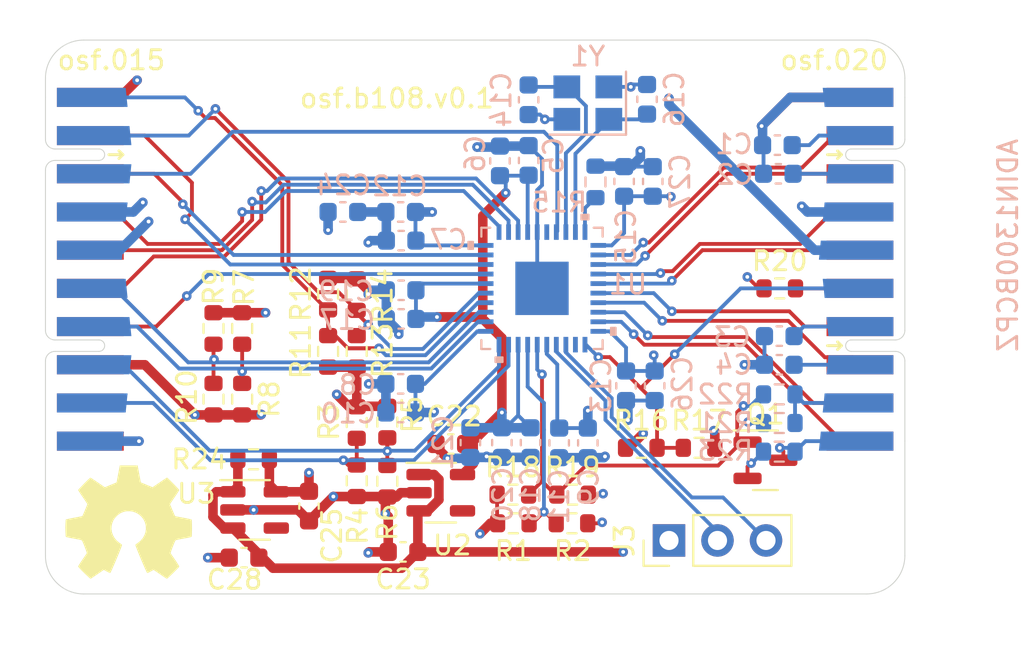
<source format=kicad_pcb>
(kicad_pcb (version 20211014) (generator pcbnew)
  (layers (0 "F.Cu" signal) (1 "In1.Cu" signal) (2 "In2.Cu" signal) (31 "B.Cu" signal) (34 "B.Paste" user) (35 "F.Paste" user) (36 "B.SilkS" user "B.Silkscreen") (37 "F.SilkS" user "F.Silkscreen") (38 "B.Mask" user) (39 "F.Mask" user) (44 "Edge.Cuts" user))
  (net 0 "")
  (net 1 "Net-(C1-Pad1)")
  (net 2 "GND")
  (net 3 "Net-(C2-Pad1)")
  (net 4 "Net-(C3-Pad1)")
  (net 5 "Net-(C4-Pad1)")
  (net 6 "/ADIN1300/TXC")
  (net 7 "/ADIN1300/TXD_0")
  (net 8 "/ADIN1300/TXD_1")
  (net 9 "/ADIN1300/TXD_2")
  (net 10 "/ADIN1300/TXD_3")
  (net 11 "/ADIN1300/TX_CTL")
  (net 14 "/ADIN1300/RXC")
  (net 15 "/ADIN1300/RX_CTL")
  (net 16 "/\\reset")
  (net 17 "+3.3V")
  (net 18 "+5V")
  (net 19 "/ADIN1300/RXD_0")
  (net 20 "/ADIN1300/RXD_1")
  (net 21 "/ADIN1300/RXD_2")
  (net 22 "/ADIN1300/RXD_3")
  (net 23 "/ADIN1300/MDI_A+")
  (net 24 "/ADIN1300/MDI_A-")
  (net 25 "/ADIN1300/MDI_B+")
  (net 26 "/ADIN1300/MDI_B-")
  (net 27 "/LED1_A")
  (net 28 "/ADIN1300/MDI_C+")
  (net 29 "/ADIN1300/MDI_C-")
  (net 30 "/ADIN1300/MDI_D+")
  (net 31 "/ADIN1300/MDI_D-")
  (net 32 "/LED1_C")
  (net 33 "/LED2_A")
  (net 34 "/LED2_C")
  (net 37 "/ADIN1300/MDC")
  (net 38 "/ADIN1300/MDIO")
  (net 39 "/ADIN1300/DVDD")
  (net 41 "Net-(C14-Pad1)")
  (net 42 "Net-(C16-Pad1)")
  (net 43 "/ADIN1300/MDIX_MODE")
  (net 44 "Net-(R15-Pad1)")
  (net 45 "/ADIN1300/ETH1_LED_LINK")
  (net 46 "/ADIN1300/VDDIO")
  (footprint "Capacitor_SMD:C_0603_1608Metric" (layer "F.Cu") (at 158.725 116.8 180)
    (fp_text reference "C23")
    (fp_text value "4.7uF")
  )
  (footprint "Resistor_SMD:R_0603_1608Metric" (layer "F.Cu") (at 156.3 106.3 90)
    (fp_text reference "R13")
    (fp_text value "10k")
  )
  (footprint "Resistor_SMD:R_0603_1608Metric" (layer "F.Cu") (at 171.2 111.35)
    (fp_text reference "R16")
    (fp_text value "10k")
  )
  (footprint "on_edge:on_edge_2x10_host" (layer "F.Cu") (at 185 97 -90)
    (fp_text reference "J2")
    (fp_text value "020_1000BASE-T_with_CT")
    (fp_line (start -0.2 0) (end 8.2 0) (layer "Edge.Cuts") (width 0.05))
    (fp_line (start -0.7 0.5) (end -0.7 2.8) (layer "Edge.Cuts") (width 0.05))
    (fp_line (start 8.7 2.8) (end 8.7 0.5) (layer "Edge.Cuts") (width 0.05))
    (fp_line (start -4 0) (end -1.8 0) (layer "Edge.Cuts") (width 0.05))
    (fp_line (start 9.3 0.5) (end 9.3 2.8) (layer "Edge.Cuts") (width 0.05))
    (fp_line (start -1.3 2.8) (end -1.3 0.5) (layer "Edge.Cuts") (width 0.05))
    (fp_line (start 9.8 0) (end 14 0) (layer "Edge.Cuts") (width 0.05))
    (fp_arc (start 9.3 2.8) (mid 9 3.1) (end 8.7 2.8) (layer "Edge.Cuts") (width 0.05))
    (fp_arc (start 9.3 0.5) (mid 9.446447 0.146447) (end 9.8 0) (layer "Edge.Cuts") (width 0.05))
    (fp_arc (start -1.8 0) (mid -1.446447 0.146447) (end -1.3 0.5) (layer "Edge.Cuts") (width 0.05))
    (fp_arc (start 8.2 0) (mid 8.553553 0.146447) (end 8.7 0.5) (layer "Edge.Cuts") (width 0.05))
    (fp_arc (start -0.7 0.5) (mid -0.553553 0.146447) (end -0.2 0) (layer "Edge.Cuts") (width 0.05))
    (fp_arc (start -0.7 2.8) (mid -1 3.1) (end -1.3 2.8) (layer "Edge.Cuts") (width 0.05))
  )
  (footprint "Resistor_SMD:R_0603_1608Metric" (layer "F.Cu") (at 156.3 103.325 90)
    (fp_text reference "R14")
    (fp_text value "d.n.p")
  )
  (footprint "Symbol:OSHW-Symbol_6.7x6mm_SilkScreen" (layer "F.Cu") (at 144.35 115.25)
    (fp_text reference "LOGO1" hide)
    (fp_text value "Logo_Open_Hardware_Small" hide)
  )
  (footprint "Resistor_SMD:R_0603_1608Metric" (layer "F.Cu") (at 178.45 103)
    (fp_text reference "R20")
    (fp_text value "49.9R")
  )
  (footprint "Resistor_SMD:R_0603_1608Metric" (layer "F.Cu") (at 157.9 110 -90)
    (fp_text reference "R5")
    (fp_text value "10k")
  )
  (footprint "Resistor_SMD:R_0603_1608Metric" (layer "F.Cu") (at 157.9 113.1 -90)
    (fp_text reference "R6")
    (fp_text value "d.n.p")
  )
  (footprint "Capacitor_SMD:C_0603_1608Metric" (layer "F.Cu") (at 161.225 111.15 180)
    (fp_text reference "C22")
    (fp_text value "4.7uF")
  )
  (footprint "Package_TO_SOT_SMD:SOT-23-5" (layer "F.Cu") (at 160.7 113.7)
    (fp_text reference "U2")
    (fp_text value "TLV71209_SOT23-5")
  )
  (footprint "Resistor_SMD:R_0603_1608Metric" (layer "F.Cu") (at 150.9 111.95)
    (fp_text reference "R24")
    (fp_text value "d.n.p")
  )
  (footprint "Resistor_SMD:R_0603_1608Metric" (layer "F.Cu") (at 167.57 115.3)
    (fp_text reference "R2")
    (fp_text value "d.n.p")
  )
  (footprint "Resistor_SMD:R_0603_1608Metric" (layer "F.Cu") (at 148.8 108.8 -90)
    (fp_text reference "R10")
    (fp_text value "d.n.p")
  )
  (footprint "Package_TO_SOT_SMD:SOT-23" (layer "F.Cu") (at 177.7 112)
    (fp_text reference "Q1")
    (fp_text value "FDV301N")
  )
  (footprint "on_edge:on_edge_2x10_device" (layer "F.Cu") (at 140 97 -90)
    (fp_text reference "J1")
    (fp_text value "015_RGMII")
    (fp_line (start 8.7 -2.8) (end 8.7 -0.5) (layer "Edge.Cuts") (width 0.05))
    (fp_line (start 9.3 -0.5) (end 9.3 -2.8) (layer "Edge.Cuts") (width 0.05))
    (fp_line (start -0.7 -0.5) (end -0.7 -2.8) (layer "Edge.Cuts") (width 0.05))
    (fp_line (start 9.8 0) (end 14 0) (layer "Edge.Cuts") (width 0.05))
    (fp_line (start -1.3 -2.8) (end -1.3 -0.5) (layer "Edge.Cuts") (width 0.05))
    (fp_line (start 7 0) (end 8.2 0) (layer "Edge.Cuts") (width 0.05))
    (fp_line (start -0.2 0) (end 7 0) (layer "Edge.Cuts") (width 0.05))
    (fp_line (start -4 0) (end -1.8 0) (layer "Edge.Cuts") (width 0.05))
    (fp_arc (start 8.7 -0.5) (mid 8.553553 -0.146447) (end 8.2 0) (layer "Edge.Cuts") (width 0.05))
    (fp_arc (start 8.7 -2.8) (mid 9 -3.1) (end 9.3 -2.8) (layer "Edge.Cuts") (width 0.05))
    (fp_arc (start -0.2 0) (mid -0.553553 -0.146447) (end -0.7 -0.5) (layer "Edge.Cuts") (width 0.05))
    (fp_arc (start -1.3 -2.8) (mid -1 -3.1) (end -0.7 -2.8) (layer "Edge.Cuts") (width 0.05))
    (fp_arc (start 9.8 0) (mid 9.446447 -0.146447) (end 9.3 -0.5) (layer "Edge.Cuts") (width 0.05))
    (fp_arc (start -1.3 -0.5) (mid -1.446447 -0.146447) (end -1.8 0) (layer "Edge.Cuts") (width 0.05))
  )
  (footprint "Resistor_SMD:R_0603_1608Metric" (layer "F.Cu") (at 150.3 108.8 -90)
    (fp_text reference "R8")
    (fp_text value "d.n.p")
  )
  (footprint "Resistor_SMD:R_0603_1608Metric" (layer "F.Cu") (at 174.225 111.35)
    (fp_text reference "R17")
    (fp_text value "d.n.p")
  )
  (footprint "Resistor_SMD:R_0603_1608Metric" (layer "F.Cu") (at 154.8 106.3 90)
    (fp_text reference "R11")
    (fp_text value "d.n.p")
  )
  (footprint "Resistor_SMD:R_0603_1608Metric" (layer "F.Cu") (at 154.8 103.3 90)
    (fp_text reference "R12")
    (fp_text value "10k")
  )
  (footprint "Capacitor_SMD:C_0603_1608Metric" (layer "F.Cu") (at 150.4 117.1 180)
    (fp_text reference "C28")
    (fp_text value "4.7uF")
  )
  (footprint "Resistor_SMD:R_0603_1608Metric" (layer "F.Cu") (at 164.5 115.3)
    (fp_text reference "R1")
    (fp_text value "10k")
  )
  (footprint "Resistor_SMD:R_0603_1608Metric" (layer "F.Cu") (at 167.6 113.8)
    (fp_text reference "R19")
    (fp_text value "10k")
  )
  (footprint "Resistor_SMD:R_0603_1608Metric" (layer "F.Cu") (at 156.3 113.075 -90)
    (fp_text reference "R4")
    (fp_text value "d.n.p")
  )
  (footprint "Package_TO_SOT_SMD:SOT-23-5" (layer "F.Cu") (at 150.95 114.6)
    (fp_text reference "U3")
    (fp_text value "TLV71318PQDBVRQ1")
  )
  (footprint "Resistor_SMD:R_0603_1608Metric" (layer "F.Cu") (at 148.8 105.1 -90)
    (fp_text reference "R9")
    (fp_text value "10k")
  )
  (footprint "Connector_PinHeader_2.54mm:PinHeader_1x03_P2.54mm_Vertical" (layer "F.Cu") (at 172.65 116.2 90)
    (fp_text reference "J3")
    (fp_text value "Conn_01x03_Male")
  )
  (footprint "Resistor_SMD:R_0603_1608Metric" (layer "F.Cu") (at 156.3 110.025 -90)
    (fp_text reference "R3")
    (fp_text value "10k")
  )
  (footprint "Capacitor_SMD:C_0603_1608Metric" (layer "F.Cu") (at 153.8 114.4 -90)
    (fp_text reference "C25")
    (fp_text value "4.7uF")
  )
  (footprint "Resistor_SMD:R_0603_1608Metric" (layer "F.Cu") (at 164.475 113.8)
    (fp_text reference "R18")
    (fp_text value "d.n.p")
  )
  (footprint "Resistor_SMD:R_0603_1608Metric" (layer "F.Cu") (at 150.3 105.1 -90)
    (fp_text reference "R7")
    (fp_text value "10k")
  )
  (footprint "Capacitor_SMD:C_0603_1608Metric" (layer "B.Cu") (at 171.8 97.4 90)
    (fp_text reference "C27")
    (fp_text value "10nF")
  )
  (footprint "Capacitor_SMD:C_0603_1608Metric" (layer "B.Cu") (at 178.425 107 180)
    (fp_text reference "C4")
    (fp_text value "100nF")
  )
  (footprint "Capacitor_SMD:C_0603_1608Metric" (layer "B.Cu") (at 165.3 96.3 90)
    (fp_text reference "C5")
    (fp_text value "100nF")
  )
  (footprint "Capacitor_SMD:C_0603_1608Metric" (layer "B.Cu") (at 158.6 108 180)
    (fp_text reference "C8")
    (fp_text value "100nF")
  )
  (footprint "Capacitor_SMD:C_0603_1608Metric" (layer "B.Cu") (at 178.375 97 180)
    (fp_text reference "C2")
    (fp_text value "100nF")
  )
  (footprint "Capacitor_SMD:C_0603_1608Metric" (layer "B.Cu") (at 158.6 99 180)
    (fp_text reference "C12")
    (fp_text value "10nF")
  )
  (footprint "Capacitor_SMD:C_0603_1608Metric" (layer "B.Cu") (at 158.625 103.1 180)
    (fp_text reference "C19")
    (fp_text value "10nF")
  )
  (footprint "Capacitor_SMD:C_0603_1608Metric" (layer "B.Cu") (at 178.325 95.5 180)
    (fp_text reference "C1")
    (fp_text value "100nF")
  )
  (footprint "Resistor_SMD:R_0603_1608Metric" (layer "B.Cu") (at 178.425 108.55 180)
    (fp_text reference "R22")
    (fp_text value "d.n.p")
  )
  (footprint "Capacitor_SMD:C_0603_1608Metric" (layer "B.Cu") (at 158.625 100.5 180)
    (fp_text reference "C7")
    (fp_text value "100nF")
  )
  (footprint "Capacitor_SMD:C_0603_1608Metric" (layer "B.Cu") (at 171.5 93.1 90)
    (fp_text reference "C16")
    (fp_text value "33pF")
  )
  (footprint "Capacitor_SMD:C_0603_1608Metric" (layer "B.Cu") (at 178.425 105.5 180)
    (fp_text reference "C3")
    (fp_text value "100nF")
  )
  (footprint "Capacitor_SMD:C_0603_1608Metric" (layer "B.Cu") (at 165.3 93.125 -90)
    (fp_text reference "C14")
    (fp_text value "33pF")
  )
  (footprint "Resistor_SMD:R_0603_1608Metric" (layer "B.Cu") (at 178.425 110.05)
    (fp_text reference "R21")
    (fp_text value "49.9R")
  )
  (footprint "Capacitor_SMD:C_0603_1608Metric" (layer "B.Cu") (at 166.9 111.09 -90)
    (fp_text reference "C11")
    (fp_text value "10nF")
  )
  (footprint "b108:ADIN1300BCPZ" (layer "B.Cu") (at 166 103 -90)
    (fp_text reference "U1")
    (fp_text value "ADIN1300BCPZ")
  )
  (footprint "Capacitor_SMD:C_0603_1608Metric" (layer "B.Cu") (at 162.25 111.075 -90)
    (fp_text reference "C21")
    (fp_text value "4.7uF")
  )
  (footprint "Capacitor_SMD:C_0603_1608Metric" (layer "B.Cu") (at 163.8 96.325 90)
    (fp_text reference "C6")
    (fp_text value "100nF")
  )
  (footprint "Capacitor_SMD:C_0603_1608Metric" (layer "B.Cu") (at 171.9 108.1 -90)
    (fp_text reference "C26")
    (fp_text value "10nF")
  )
  (footprint "Resistor_SMD:R_0603_1608Metric" (layer "B.Cu") (at 178.425 111.55)
    (fp_text reference "R23")
    (fp_text value "d.n.p")
  )
  (footprint "Capacitor_SMD:C_0603_1608Metric" (layer "B.Cu") (at 158.625 104.6 180)
    (fp_text reference "C17")
    (fp_text value "10nF")
  )
  (footprint "Capacitor_SMD:C_0603_1608Metric" (layer "B.Cu") (at 168.4 111.09 -90)
    (fp_text reference "C9")
    (fp_text value "100nF")
  )
  (footprint "Capacitor_SMD:C_0603_1608Metric" (layer "B.Cu") (at 163.9 111.075 -90)
    (fp_text reference "C20")
    (fp_text value "100nF")
  )
  (footprint "Capacitor_SMD:C_0603_1608Metric" (layer "B.Cu") (at 155.575 99)
    (fp_text reference "C24")
    (fp_text value "4.7uF")
  )
  (footprint "Capacitor_SMD:C_0603_1608Metric" (layer "B.Cu") (at 170.4 108.1 -90)
    (fp_text reference "C13")
    (fp_text value "100nF")
  )
  (footprint "Capacitor_SMD:C_0603_1608Metric" (layer "B.Cu") (at 165.4 111.075 -90)
    (fp_text reference "C18")
    (fp_text value "10nF")
  )
  (footprint "Capacitor_SMD:C_0603_1608Metric" (layer "B.Cu") (at 170.3 97.4 90)
    (fp_text reference "C15")
    (fp_text value "100nF")
  )
  (footprint "Resistor_SMD:R_0603_1608Metric" (layer "B.Cu") (at 168.8 97.425 90)
    (fp_text reference "R15")
    (fp_text value "3.01k")
  )
  (footprint "Capacitor_SMD:C_0603_1608Metric" (layer "B.Cu") (at 158.6 109.5 180)
    (fp_text reference "C10")
    (fp_text value "10nF")
  )
  (footprint "Crystal:Crystal_SMD_Abracon_ABM8G-4Pin_3.2x2.5mm" (layer "B.Cu") (at 168.4 93.3 180)
    (fp_text reference "Y1")
    (fp_text value "Crystal_GND24_Small")
  )
  (gr_line (start 140 92) (end 140 93) (layer "Edge.Cuts") (width 0.05))
  (gr_line (start 142 90) (end 183 90) (layer "Edge.Cuts") (width 0.05))
  (gr_arc (start 185 117) (mid 184.414214 118.414214) (end 183 119) (layer "Edge.Cuts") (width 0.05))
  (gr_line (start 185 117) (end 185 111) (layer "Edge.Cuts") (width 0.05))
  (gr_line (start 183 119) (end 142 119) (layer "Edge.Cuts") (width 0.05))
  (gr_arc (start 183 90) (mid 184.414214 90.585786) (end 185 92) (layer "Edge.Cuts") (width 0.05))
  (gr_line (start 185 93) (end 185 92) (layer "Edge.Cuts") (width 0.05))
  (gr_arc (start 142 119) (mid 140.585786 118.414214) (end 140 117) (layer "Edge.Cuts") (width 0.05))
  (gr_line (start 140 111) (end 140 117) (layer "Edge.Cuts") (width 0.05))
  (gr_arc (start 140 92) (mid 140.585786 90.585786) (end 142 90) (layer "Edge.Cuts") (width 0.05))
  (gr_text "osf.015" (at 143.45 91.05) (layer "F.SilkS") (effects (font (size 1 1))))
  (gr_text "osf.020" (at 181.3 91.05) (layer "F.SilkS") (effects (font (size 1 1))))
  (gr_text "osf.b108.v0.1" (at 158.4 93.05) (layer "F.SilkS") (effects (font (size 1 1))))
  (segment (start 179.1 95.5) (end 180 95.5) (width 0.2) (layer "B.Cu") (net 1))
  (segment (start 180 95.5) (end 180.5 95) (width 0.2) (layer "B.Cu") (net 1))
  (segment (start 180.5 95) (end 182.9 95) (width 0.2) (layer "B.Cu") (net 1))
  (segment (start 151.275 109.625) (end 151.3 109.6) (width 0.5) (layer "F.Cu") (net 2))
  (segment (start 147.825 109.625) (end 145.2 107) (width 0.5) (layer "F.Cu") (net 2))
  (segment (start 142.35 93) (end 143.9 93) (width 0.5) (layer "F.Cu") (net 2))
  (segment (start 155.075 113.9) (end 153.8 115.175) (width 0.5) (layer "F.Cu") (net 2))
  (segment (start 153.225 114.6) (end 153.8 115.175) (width 0.5) (layer "F.Cu") (net 2))
  (segment (start 160.45 111.3) (end 161.05 111.9) (width 0.5) (layer "F.Cu") (net 2))
  (segment (start 156.9 103.1) (end 156.3 102.5) (width 0.5) (layer "F.Cu") (net 2))
  (segment (start 149.8125 114.6) (end 150.9 114.6) (width 0.5) (layer "F.Cu") (net 2))
  (segment (start 150.9 114.6) (end 153.225 114.6) (width 0.5) (layer "F.Cu") (net 2))
  (segment (start 182.65 93) (end 179 93) (width 0.5) (layer "F.Cu") (net 2))
  (segment (start 156.3 113.9) (end 157.875 113.9) (width 0.5) (layer "F.Cu") (net 2))
  (segment (start 176.7625 112.95) (end 176.7625 112.3375) (width 0.2) (layer "F.Cu") (net 2))
  (segment (start 145.2 107) (end 142.35 107) (width 0.5) (layer "F.Cu") (net 2))
  (segment (start 179 93) (end 177.5 94.5) (width 0.5) (layer "F.Cu") (net 2))
  (segment (start 157.95 114.95) (end 157.8 114.8) (width 0.5) (layer "F.Cu") (net 2))
  (segment (start 149.625 117.1) (end 148.5 117.1) (width 0.5) (layer "F.Cu") (net 2))
  (segment (start 156.9 103.3) (end 156.9 103.1) (width 0.5) (layer "F.Cu") (net 2))
  (segment (start 157.95 116.8) (end 157.95 114.95) (width 0.5) (layer "F.Cu") (net 2))
  (segment (start 154.8 102.475) (end 156.275 102.475) (width 0.5) (layer "F.Cu") (net 2))
  (segment (start 160.45 111.15) (end 160.45 111.3) (width 0.5) (layer "F.Cu") (net 2))
  (segment (start 156.3 113.9) (end 155.075 113.9) (width 0.5) (layer "F.Cu") (net 2))
  (segment (start 156.275 102.475) (end 156.3 102.5) (width 0.5) (layer "F.Cu") (net 2))
  (segment (start 157.875 113.9) (end 157.9 113.925) (width 0.5) (layer "F.Cu") (net 2))
  (segment (start 158.375 113.925) (end 158.6 113.7) (width 0.5) (layer "F.Cu") (net 2))
  (segment (start 148.8 109.625) (end 147.825 109.625) (width 0.5) (layer "F.Cu") (net 2))
  (segment (start 175.05 111.35) (end 175.05 110.5) (width 0.5) (layer "F.Cu") (net 2))
  (segment (start 150.3 109.625) (end 151.275 109.625) (width 0.5) (layer "F.Cu") (net 2))
  (segment (start 169.1 115.3) (end 169.15 115.25) (width 0.2) (layer "F.Cu") (net 2))
  (segment (start 168.425 113.8) (end 169.15 113.8) (width 0.2) (layer "F.Cu") (net 2))
  (segment (start 143.9 93) (end 144.8 92.1) (width 0.5) (layer "F.Cu") (net 2))
  (segment (start 157.9 113.925) (end 158.375 113.925) (width 0.5) (layer "F.Cu") (net 2))
  (segment (start 175.05 110.5) (end 175 110.45) (width 0.5) (layer "F.Cu") (net 2))
  (segment (start 158.6 113.7) (end 159.5625 113.7) (width 0.5) (layer "F.Cu") (net 2))
  (segment (start 168.395 115.3) (end 169.1 115.3) (width 0.2) (layer "F.Cu") (net 2))
  (segment (start 176.7625 112.3375) (end 176.95 112.15) (width 0.2) (layer "F.Cu") (net 2))
  (segment (start 157.8 114.025) (end 157.9 113.925) (width 0.5) (layer "F.Cu") (net 2))
  (segment (start 150.3 109.625) (end 148.8 109.625) (width 0.5) (layer "F.Cu") (net 2))
  (segment (start 157.8 114.8) (end 157.8 114.025) (width 0.5) (layer "F.Cu") (net 2))
  (segment (start 157.95 116.8) (end 156.95 116.8) (width 0.5) (layer "F.Cu") (net 2))
  (segment (start 169.15 113.8) (end 169.2 113.75) (width 0.2) (layer "F.Cu") (net 2))
  (segment (start 156.95 116.8) (end 156.9 116.85) (width 0.5) (layer "F.Cu") (net 2))
  (via (at 162.6 95.6) (size 0.5) (drill 0.2) (layers "F.Cu" "B.Cu") (net 2))
  (via (at 156.9 100.6) (size 0.5) (drill 0.2) (layers "F.Cu" "B.Cu") (net 2))
  (via (at 176.95 112.15) (size 0.5) (drill 0.2) (layers "F.Cu" "B.Cu") (net 2))
  (via (at 166.15 94.15) (size 0.5) (drill 0.2) (layers "F.Cu" "B.Cu") (net 2))
  (via (at 161.05 111.9) (size 0.5) (drill 0.2) (layers "F.Cu" "B.Cu") (net 2))
  (via (at 144.8 92.1) (size 0.5) (drill 0.2) (layers "F.Cu" "B.Cu") (net 2))
  (via (at 148.5 117.1) (size 0.5) (drill 0.2) (layers "F.Cu" "B.Cu") (net 2))
  (via (at 163.1 111.8) (size 0.5) (drill 0.2) (layers "F.Cu" "B.Cu") (net 2))
  (via (at 175 110.45) (size 0.5) (drill 0.2) (layers "F.Cu" "B.Cu") (net 2))
  (via (at 171.15 95.8) (size 0.5) (drill 0.2) (layers "F.Cu" "B.Cu") (net 2))
  (via (at 150.9 114.6) (size 0.5) (drill 0.2) (layers "F.Cu" "B.Cu") (net 2))
  (via (at 169.15 115.25) (size 0.5) (drill 0.2) (layers "F.Cu" "B.Cu") (net 2))
  (via (at 155.075 113.9) (size 0.5) (drill 0.2) (layers "F.Cu" "B.Cu") (net 2))
  (via (at 147.825 109.625) (size 0.5) (drill 0.2) (layers "F.Cu" "B.Cu") (net 2))
  (via (at 156.9 103.3) (size 0.5) (drill 0.2) (layers "F.Cu" "B.Cu") (net 2))
  (via (at 156.9265 108) (size 0.5) (drill 0.2) (layers "F.Cu" "B.Cu") (net 2))
  (via (at 170.65 92.45) (size 0.5) (drill 0.2) (layers "F.Cu" "B.Cu") (net 2))
  (via (at 158.5 105.4) (size 0.5) (drill 0.2) (layers "F.Cu" "B.Cu") (net 2))
  (via (at 169.2 113.75) (size 0.5) (drill 0.2) (layers "F.Cu" "B.Cu") (net 2))
  (via (at 157.8 114.8) (size 0.5) (drill 0.2) (layers "F.Cu" "B.Cu") (net 2))
  (via (at 177.5 94.5) (size 0.5) (drill 0.2) (layers "F.Cu" "B.Cu") (net 2))
  (via (at 151.3 109.6) (size 0.5) (drill 0.2) (layers "F.Cu" "B.Cu") (net 2))
  (via (at 170.5 109.9) (size 0.5) (drill 0.2) (layers "F.Cu" "B.Cu") (net 2))
  (via (at 169.3 111.8) (size 0.5) (drill 0.2) (layers "F.Cu" "B.Cu") (net 2))
  (via (at 144.9 111) (size 0.5) (drill 0.2) (layers "F.Cu" "B.Cu") (net 2))
  (via (at 156.9 116.85) (size 0.5) (drill 0.2) (layers "F.Cu" "B.Cu") (net 2))
  (via (at 176.6 107) (size 0.5) (drill 0.2) (layers "F.Cu" "B.Cu") (net 2))
  (segment (start 177.65 107) (end 176.6 107) (width 0.5) (layer "B.Cu") (net 2))
  (segment (start 165.75 100.0536) (end 165.75 102.75) (width 0.2) (layer "B.Cu") (net 2))
  (segment (start 157 100.5) (end 156.9 100.6) (width 0.5) (layer "B.Cu") (net 2))
  (segment (start 170.8 96.5) (end 170.425 96.5) (width 0.5) (layer "B.Cu") (net 2))
  (segment (start 163.8 95.55) (end 165.275 95.55) (width 0.5) (layer "B.Cu") (net 2))
  (segment (start 165.75 102.75) (end 166 103) (width 0.2) (layer "B.Cu") (net 2))
  (segment (start 170.775 92.325) (end 170.65 92.45) (width 0.2) (layer "B.Cu") (net 2))
  (segment (start 166.9 111.865) (end 168.4 111.865) (width 0.5) (layer "B.Cu") (net 2))
  (segment (start 162.2 111.9) (end 162.25 111.85) (width 0.5) (layer "B.Cu") (net 2))
  (segment (start 179 93) (end 177.5 94.5) (width 0.5) (layer "B.Cu") (net 2))
  (segment (start 168.8 96.6) (end 170.7 96.6) (width 0.5) (layer "B.Cu") (net 2))
  (segment (start 171.8 96.625) (end 170.3 96.625) (width 0.2) (layer "B.Cu") (net 2))
  (segment (start 165.9 93.9) (end 166.15 94.15) (width 0.2) (layer "B.Cu") (net 2))
  (segment (start 166.002 97.598) (end 166.002 96.227) (width 0.2) (layer "B.Cu") (net 2))
  (segment (start 158.5 105.4) (end 158.5 105.25) (width 0.5) (layer "B.Cu") (net 2))
  (segment (start 177.55 94.55) (end 177.5 94.5) (width 0.5) (layer "B.Cu") (net 2))
  (segment (start 158.5 105.25) (end 157.85 104.6) (width 0.5) (layer "B.Cu") (net 2))
  (segment (start 165.4 111.85) (end 163.9 111.85) (width 0.5) (layer "B.Cu") (net 2))
  (segment (start 170.5 109.9) (end 170.5 108.975) (width 0.5) (layer "B.Cu") (net 2))
  (segment (start 177.6 97) (end 177.6 95.55) (width 0.2) (layer "B.Cu") (net 2))
  (segment (start 177.65 107) (end 177.65 105.5) (width 0.2) (layer "B.Cu") (net 2))
  (segment (start 169.235 111.865) (end 169.3 111.8) (width 0.5) (layer "B.Cu") (net 2))
  (segment (start 170.5 108.975) (end 170.4 108.875) (width 0.5) (layer "B.Cu") (net 2))
  (segment (start 165.75 100.0536) (end 165.75 97.85) (width 0.2) (layer "B.Cu") (net 2))
  (segment (start 176.95 112.15) (end 177 112.15) (width 0.2) (layer "B.Cu") (net 2))
  (segment (start 157.85 100.5) (end 157 100.5) (width 0.5) (layer "B.Cu") (net 2))
  (segment (start 157.85 103.1) (end 157.1 103.1) (width 0.5) (layer "B.Cu") (net 2))
  (segment (start 177.55 95.5) (end 177.55 94.55) (width 0.5) (layer "B.Cu") (net 2))
  (segment (start 171.5 92.325) (end 170.775 92.325) (width 0.2) (layer "B.Cu") (net 2))
  (segment (start 177 112.15) (end 177.6 111.55) (width 0.2) (layer "B.Cu") (net 2))
  (segment (start 163.1 111.8) (end 163.15 111.85) (width 0.5) (layer "B.Cu") (net 2))
  (segment (start 170.425 96.5) (end 170.3 96.625) (width 0.5) (layer "B.Cu") (net 2))
  (segment (start 157.825 108) (end 157.825 109.5) (width 0.5) (layer "B.Cu") (net 2))
  (segment (start 163.15 111.85) (end 163.9 111.85) (width 0.5) (layer "B.Cu") (net 2))
  (segment (start 182.6 93) (end 179 93) (width 0.5) (layer "B.Cu") (net 2))
  (segment (start 157.1 103.1) (end 156.9 103.3) (width 0.5) (layer "B.Cu") (net 2))
  (segment (start 166.002 96.227) (end 165.3 95.525) (width 0.2) (layer "B.Cu") (net 2))
  (segment (start 165.3 93.9) (end 165.9 93.9) (width 0.2) (layer "B.Cu") (net 2))
  (segment (start 163.75 95.6) (end 163.8 95.55) (width 0.5) (layer "B.Cu") (net 2))
  (segment (start 170.7 96.6) (end 170.8 96.5) (width 0.5) (layer "B.Cu") (net 2))
  (segment (start 142.3 111) (end 144.9 111) (width 0.5) (layer "B.Cu") (net 2))
  (segment (start 157.85 99.025) (end 157.825 99) (width 0.5) (layer "B.Cu") (net 2))
  (segment (start 171.15 95.8) (end 171.15 96.15) (width 0.5) (layer "B.Cu") (net 2))
  (segment (start 165.275 95.55) (end 165.3 95.525) (width 0.5) (layer "B.Cu") (net 2))
  (segment (start 167.3 94.15) (end 166.15 94.15) (width 0.2) (layer "B.Cu") (net 2))
  (segment (start 157.85 100.5) (end 157.85 99.025) (width 0.5) (layer "B.Cu") (net 2))
  (segment (start 161.05 111.9) (end 162.2 111.9) (width 0.5) (layer "B.Cu") (net 2))
  (segment (start 162.25 111.85) (end 163.05 111.85) (width 0.5) (layer "B.Cu") (net 2))
  (segment (start 163.05 111.85) (end 163.1 111.8) (width 0.5) (layer "B.Cu") (net 2))
  (segment (start 157.825 108) (end 156.9265 108) (width 0.5) (layer "B.Cu") (net 2))
  (segment (start 162.6 95.6) (end 163.75 95.6) (width 0.5) (layer "B.Cu") (net 2))
  (segment (start 157.85 104.6) (end 157.85 103.1) (width 0.5) (layer "B.Cu") (net 2))
  (segment (start 169.5 92.45) (end 170.65 92.45) (width 0.2) (layer "B.Cu") (net 2))
  (segment (start 171.15 96.15) (end 170.8 96.5) (width 0.5) (layer "B.Cu") (net 2))
  (segment (start 165.75 97.85) (end 166.002 97.598) (width 0.2) (layer "B.Cu") (net 2))
  (segment (start 156.35 99) (end 157.825 99) (width 0.5) (layer "B.Cu") (net 2))
  (segment (start 177.6 95.55) (end 177.55 95.5) (width 0.2) (layer "B.Cu") (net 2))
  (segment (start 171.9 108.875) (end 170.4 108.875) (width 0.2) (layer "B.Cu") (net 2))
  (segment (start 168.4 111.865) (end 169.235 111.865) (width 0.5) (layer "B.Cu") (net 2))
  (segment (start 179.15 97) (end 182.9 97) (width 0.2) (layer "B.Cu") (net 3))
  (segment (start 179.7 105) (end 182.9 105) (width 0.2) (layer "B.Cu") (net 4))
  (segment (start 179.2 105.5) (end 179.7 105) (width 0.2) (layer "B.Cu") (net 4))
  (segment (start 179.2 107) (end 182.9 107) (width 0.2) (layer "B.Cu") (net 5))
  (segment (start 147.313063 99.386937) (end 147.670003 99.029997) (width 0.2) (layer "F.Cu") (net 6))
  (segment (start 147.670003 99.029997) (end 147.670003 97.470003) (width 0.2) (layer "F.Cu") (net 6))
  (segment (start 145.2 95) (end 142.35 95) (width 0.2) (layer "F.Cu") (net 6))
  (segment (start 147.670003 97.470003) (end 145.2 95) (width 0.2) (layer "F.Cu") (net 6))
  (via (at 147.313063 99.386937) (size 0.5) (drill 0.2) (layers "F.Cu" "B.Cu") (net 6))
  (segment (start 149.676126 101.75) (end 163.0536 101.75) (width 0.2) (layer "B.Cu") (net 6))
  (segment (start 147.313063 99.386937) (end 149.676126 101.75) (width 0.2) (layer "B.Cu") (net 6))
  (segment (start 147.193003 98.593003) (end 147.193003 98.493003) (width 0.2) (layer "F.Cu") (net 7))
  (segment (start 145.7 97) (end 142.35 97) (width 0.2) (layer "F.Cu") (net 7))
  (segment (start 147.193003 98.493003) (end 145.7 97) (width 0.2) (layer "F.Cu") (net 7))
  (via (at 147.193003 98.593003) (size 0.5) (drill 0.2) (layers "F.Cu" "B.Cu") (net 7))
  (segment (start 149.850001 101.250001) (end 163.0536 101.250001) (width 0.2) (layer "B.Cu") (net 7))
  (segment (start 147.193003 98.593003) (end 149.850001 101.250001) (width 0.2) (layer "B.Cu") (net 7))
  (segment (start 143.675 99) (end 142.35 99) (width 0.2) (layer "F.Cu") (net 8))
  (segment (start 150.3 99.475104) (end 149.102104 100.673) (width 0.2) (layer "F.Cu") (net 8))
  (segment (start 150.3 99) (end 150.3 99.475104) (width 0.2) (layer "F.Cu") (net 8))
  (segment (start 149.102104 100.673) (end 145.348 100.673) (width 0.2) (layer "F.Cu") (net 8))
  (segment (start 145.348 100.673) (end 143.675 99) (width 0.2) (layer "F.Cu") (net 8))
  (via (at 150.3 99) (size 0.5) (drill 0.2) (layers "F.Cu" "B.Cu") (net 8))
  (segment (start 163.749999 99.749999) (end 163.749999 100.0536) (width 0.2) (layer "B.Cu") (net 8))
  (segment (start 151.5 99) (end 152.6 97.9) (width 0.2) (layer "B.Cu") (net 8))
  (segment (start 152.6 97.9) (end 161.9 97.9) (width 0.2) (layer "B.Cu") (net 8))
  (segment (start 150.3 99) (end 151.5 99) (width 0.2) (layer "B.Cu") (net 8))
  (segment (start 161.9 97.9) (end 163.749999 99.749999) (width 0.2) (layer "B.Cu") (net 8))
  (segment (start 150.8235 99.414052) (end 149.237552 101) (width 0.2) (layer "F.Cu") (net 9))
  (segment (start 150.8235 98.455044) (end 150.8235 99.414052) (width 0.2) (layer "F.Cu") (net 9))
  (segment (start 149.237552 101) (end 142.35 101) (width 0.2) (layer "F.Cu") (net 9))
  (via (at 150.8235 98.455044) (size 0.5) (drill 0.2) (layers "F.Cu" "B.Cu") (net 9))
  (segment (start 150.8235 98.455044) (end 150.868456 98.5) (width 0.2) (layer "B.Cu") (net 9))
  (segment (start 152.464552 97.573) (end 162.375801 97.573) (width 0.2) (layer "B.Cu") (net 9))
  (segment (start 151.537552 98.5) (end 152.464552 97.573) (width 0.2) (layer "B.Cu") (net 9))
  (segment (start 164.250001 99.4472) (end 164.250001 100.0536) (width 0.2) (layer "B.Cu") (net 9))
  (segment (start 162.375801 97.573) (end 164.250001 99.4472) (width 0.2) (layer "B.Cu") (net 9))
  (segment (start 150.868456 98.5) (end 151.537552 98.5) (width 0.2) (layer "B.Cu") (net 9))
  (segment (start 149.373 101.327) (end 145.673 101.327) (width 0.2) (layer "F.Cu") (net 10))
  (segment (start 151.3 97.9) (end 151.3 99.4) (width 0.2) (layer "F.Cu") (net 10))
  (segment (start 145.673 101.327) (end 144 103) (width 0.2) (layer "F.Cu") (net 10))
  (segment (start 151.3 99.4) (end 149.373 101.327) (width 0.2) (layer "F.Cu") (net 10))
  (segment (start 144 103) (end 142.35 103) (width 0.2) (layer "F.Cu") (net 10))
  (via (at 151.3 97.9) (size 0.5) (drill 0.2) (layers "F.Cu" "B.Cu") (net 10))
  (segment (start 152.254 97.246) (end 162.5488 97.246) (width 0.2) (layer "B.Cu") (net 10))
  (segment (start 162.5488 97.246) (end 164.75 99.4472) (width 0.2) (layer "B.Cu") (net 10))
  (segment (start 164.75 99.4472) (end 164.75 100.0536) (width 0.2) (layer "B.Cu") (net 10))
  (segment (start 151.3 97.9) (end 151.6 97.9) (width 0.2) (layer "B.Cu") (net 10))
  (segment (start 151.6 97.9) (end 152.254 97.246) (width 0.2) (layer "B.Cu") (net 10))
  (segment (start 147.4 103.4) (end 145.8 105) (width 0.2) (layer "F.Cu") (net 11))
  (segment (start 145.8 105) (end 142.35 105) (width 0.2) (layer "F.Cu") (net 11))
  (via (at 147.4 103.4) (size 0.5) (drill 0.2) (layers "F.Cu" "B.Cu") (net 11))
  (segment (start 163.0536 102.249999) (end 148.550001 102.249999) (width 0.2) (layer "B.Cu") (net 11))
  (segment (start 148.550001 102.249999) (end 147.4 103.4) (width 0.2) (layer "B.Cu") (net 11))
  (segment (start 148.877 94.077) (end 152.4 97.6) (width 0.2) (layer "F.Cu") (net 14))
  (segment (start 157.463063 106.136937) (end 155.836937 106.136937) (width 0.2) (layer "F.Cu") (net 14))
  (segment (start 148 93.7) (end 148.377 94.077) (width 0.2) (layer "F.Cu") (net 14))
  (segment (start 154.8 105.475) (end 154.8 104.125) (width 0.2) (layer "F.Cu") (net 14))
  (segment (start 155.836937 106.136937) (end 155.175 105.475) (width 0.2) (layer "F.Cu") (net 14))
  (segment (start 152.4 101.762448) (end 154.762552 104.125) (width 0.2) (layer "F.Cu") (net 14))
  (segment (start 148.377 94.077) (end 148.877 94.077) (width 0.2) (layer "F.Cu") (net 14))
  (segment (start 154.762552 104.125) (end 154.8 104.125) (width 0.2) (layer "F.Cu") (net 14))
  (segment (start 152.4 97.6) (end 152.4 101.762448) (width 0.2) (layer "F.Cu") (net 14))
  (segment (start 157.463063 106.136937) (end 155.883068 106.136937) (width 0.2) (layer "F.Cu") (net 14))
  (segment (start 155.175 105.475) (end 154.8 105.475) (width 0.2) (layer "F.Cu") (net 14))
  (via (at 157.463063 106.136937) (size 0.5) (drill 0.2) (layers "F.Cu" "B.Cu") (net 14))
  (via (at 148 93.7) (size 0.5) (drill 0.2) (layers "F.Cu" "B.Cu") (net 14))
  (segment (start 147.3 93) (end 142.4 93) (width 0.2) (layer "B.Cu") (net 14))
  (segment (start 148 93.7) (end 147.3 93) (width 0.2) (layer "B.Cu") (net 14))
  (segment (start 159.9 106.5) (end 162.649999 103.750001) (width 0.2) (layer "B.Cu") (net 14))
  (segment (start 162.649999 103.750001) (end 163.0536 103.750001) (width 0.2) (layer "B.Cu") (net 14))
  (segment (start 157.463063 106.136937) (end 157.826126 106.5) (width 0.2) (layer "B.Cu") (net 14))
  (segment (start 157.826126 106.5) (end 159.9 106.5) (width 0.2) (layer "B.Cu") (net 14))
  (segment (start 148.9 93.6) (end 152.727 97.427) (width 0.2) (layer "F.Cu") (net 15))
  (segment (start 156.8 105) (end 156.775 105) (width 0.2) (layer "F.Cu") (net 15))
  (segment (start 154.3 103.2) (end 155.35 103.2) (width 0.2) (layer "F.Cu") (net 15))
  (segment (start 152.727 97.427) (end 152.727 101.627) (width 0.2) (layer "F.Cu") (net 15))
  (segment (start 156.9 104.9) (end 156.3 104.3) (width 0.2) (layer "F.Cu") (net 15))
  (segment (start 156.3 104.3) (end 156.3 104.15) (width 0.2) (layer "F.Cu") (net 15))
  (segment (start 155.35 103.2) (end 156.3 104.15) (width 0.2) (layer "F.Cu") (net 15))
  (segment (start 156.9 104.9) (end 156.8 105) (width 0.2) (layer "F.Cu") (net 15))
  (segment (start 156.775 105) (end 156.3 105.475) (width 0.2) (layer "F.Cu") (net 15))
  (segment (start 152.727 101.627) (end 154.3 103.2) (width 0.2) (layer "F.Cu") (net 15))
  (via (at 148.9 93.6) (size 0.5) (drill 0.2) (layers "F.Cu" "B.Cu") (net 15))
  (via (at 156.9 104.9) (size 0.5) (drill 0.2) (layers "F.Cu" "B.Cu") (net 15))
  (segment (start 159.764552 106.173) (end 162.687552 103.25) (width 0.2) (layer "B.Cu") (net 15))
  (segment (start 147.5 95) (end 142.1 95) (width 0.2) (layer "B.Cu") (net 15))
  (segment (start 156.9 104.9) (end 158.173 106.173) (width 0.2) (layer "B.Cu") (net 15))
  (segment (start 162.687552 103.25) (end 163.0536 103.25) (width 0.2) (layer "B.Cu") (net 15))
  (segment (start 158.173 106.173) (end 159.764552 106.173) (width 0.2) (layer "B.Cu") (net 15))
  (segment (start 148.9 93.6) (end 147.5 95) (width 0.2) (layer "B.Cu") (net 15))
  (segment (start 147.6 97) (end 142.1 97) (width 0.2) (layer "B.Cu") (net 16))
  (segment (start 166.8 95.5) (end 166.1 94.8) (width 0.2) (layer "B.Cu") (net 16))
  (segment (start 149.8 94.8) (end 147.6 97) (width 0.2) (layer "B.Cu") (net 16))
  (segment (start 166.8 100.003601) (end 166.8 95.5) (width 0.2) (layer "B.Cu") (net 16))
  (segment (start 166.750001 100.0536) (end 166.8 100.003601) (width 0.2) (layer "B.Cu") (net 16))
  (segment (start 166.1 94.8) (end 149.8 94.8) (width 0.2) (layer "B.Cu") (net 16))
  (segment (start 177.625 103) (end 177.35 103) (width 0.2) (layer "F.Cu") (net 17))
  (segment (start 159.5625 114.65) (end 160.020291 114.65) (width 0.5) (layer "F.Cu") (net 17))
  (segment (start 150.075 113.3875) (end 149.8125 113.65) (width 0.5) (layer "F.Cu") (net 17))
  (segment (start 159.5 116.8) (end 170.25 116.8) (width 0.5) (layer "F.Cu") (net 17))
  (segment (start 159.5 116.8) (end 159.5 114.7125) (width 0.5) (layer "F.Cu") (net 17))
  (segment (start 160.602 113.002) (end 160.35 112.75) (width 0.5) (layer "F.Cu") (net 17))
  (segment (start 160.35 112.75) (end 159.5625 112.75) (width 0.5) (layer "F.Cu") (net 17))
  (segment (start 148.773 113.827) (end 148.95 113.65) (width 0.5) (layer "F.Cu") (net 17))
  (segment (start 151.9145 117.652) (end 149.8125 115.55) (width 0.5) (layer "F.Cu") (net 17))
  (segment (start 150.075 111.95) (end 150.075 113.3875) (width 0.5) (layer "F.Cu") (net 17))
  (segment (start 149.354709 115.55) (end 148.773 114.968291) (width 0.5) (layer "F.Cu") (net 17))
  (segment (start 158.648 117.652) (end 151.9145 117.652) (width 0.5) (layer "F.Cu") (net 17))
  (segment (start 159.5 114.7125) (end 159.5625 114.65) (width 0.5) (layer "F.Cu") (net 17))
  (segment (start 149.8125 115.55) (end 149.354709 115.55) (width 0.5) (layer "F.Cu") (net 17))
  (segment (start 170.375 111.35) (end 170.55 111.35) (width 0.5) (layer "F.Cu") (net 17))
  (segment (start 170.55 111.35) (end 171.3 110.6) (width 0.5) (layer "F.Cu") (net 17))
  (segment (start 160.602 114.068291) (end 160.602 113.002) (width 0.5) (layer "F.Cu") (net 17))
  (segment (start 177.35 103) (end 176.75 102.4) (width 0.2) (layer "F.Cu") (net 17))
  (segment (start 148.95 113.65) (end 149.8125 113.65) (width 0.5) (layer "F.Cu") (net 17))
  (segment (start 160.020291 114.65) (end 160.602 114.068291) (width 0.5) (layer "F.Cu") (net 17))
  (segment (start 159.5 116.8) (end 158.648 117.652) (width 0.5) (layer "F.Cu") (net 17))
  (segment (start 148.773 114.968291) (end 148.773 113.827) (width 0.5) (layer "F.Cu") (net 17))
  (via (at 171.85 106.5) (size 0.5) (drill 0.2) (layers "F.Cu" "B.Cu") (net 17))
  (via (at 172.75 98.2) (size 0.5) (drill 0.2) (layers "F.Cu" "B.Cu") (net 17))
  (via (at 179.6 98.7) (size 0.5) (drill 0.2) (layers "F.Cu" "B.Cu") (net 17))
  (via (at 171.3 110.6) (size 0.5) (drill 0.2) (layers "F.Cu" "B.Cu") (net 17))
  (via (at 170.25 116.8) (size 0.5) (drill 0.2) (layers "F.Cu" "B.Cu") (net 17))
  (via (at 176.8 110) (size 0.5) (drill 0.2) (layers "F.Cu" "B.Cu") (net 17))
  (via (at 145.1 98.5) (size 0.5) (drill 0.2) (layers "F.Cu" "B.Cu") (net 17))
  (via (at 176.75 102.4) (size 0.5) (drill 0.2) (layers "F.Cu" "B.Cu") (net 17))
  (segment (start 171.8 98.175) (end 172.725 98.175) (width 0.2) (layer "B.Cu") (net 17))
  (segment (start 169.650001 100.749999) (end 170.3 100.1) (width 0.2) (layer "B.Cu") (net 17))
  (segment (start 168.9464 105.250001) (end 169.550001 105.250001) (width 0.2) (layer "B.Cu") (net 17))
  (segment (start 168.9464 100.749999) (end 169.650001 100.749999) (width 0.2) (layer "B.Cu") (net 17))
  (segment (start 171.9 107.325) (end 170.4 107.325) (width 0.2) (layer "B.Cu") (net 17))
  (segment (start 182.6 99) (end 179.9 99) (width 0.5) (layer "B.Cu") (net 17))
  (segment (start 171.9 106.55) (end 171.85 106.5) (width 0.2) (layer "B.Cu") (net 17))
  (segment (start 144.6 99) (end 142.4 99) (width 0.5) (layer "B.Cu") (net 17))
  (segment (start 169.550001 105.250001) (end 170.4 106.1) (width 0.2) (layer "B.Cu") (net 17))
  (segment (start 177.6 110.05) (end 176.85 110.05) (width 0.2) (layer "B.Cu") (net 17))
  (segment (start 171.8 98.175) (end 170.3 98.175) (width 0.2) (layer "B.Cu") (net 17))
  (segment (start 170.3 100.1) (end 170.3 98.175) (width 0.2) (layer "B.Cu") (net 17))
  (segment (start 176.85 110.05) (end 176.8 110) (width 0.2) (layer "B.Cu") (net 17))
  (segment (start 171.9 107.325) (end 171.9 106.55) (width 0.2) (layer "B.Cu") (net 17))
  (segment (start 170.4 106.1) (end 170.4 107.325) (width 0.2) (layer "B.Cu") (net 17))
  (segment (start 172.725 98.175) (end 172.75 98.2) (width 0.2) (layer "B.Cu") (net 17))
  (segment (start 179.9 99) (end 179.6 98.7) (width 0.5) (layer "B.Cu") (net 17))
  (segment (start 145.1 98.5) (end 144.6 99) (width 0.5) (layer "B.Cu") (net 17))
  (via (at 172.65 93.05) (size 0.5) (drill 0.2) (layers "F.Cu" "B.Cu") (net 18))
  (via (at 145.4 99.5) (size 0.5) (drill 0.2) (layers "F.Cu" "B.Cu") (net 18))
  (segment (start 172.65 93.05) (end 172.65 93.376357) (width 0.5) (layer "B.Cu") (net 18))
  (segment (start 180.273643 101) (end 182.5 101) (width 0.5) (layer "B.Cu") (net 18))
  (segment (start 142.3 101) (end 143.9 101) (width 0.5) (layer "B.Cu") (net 18))
  (segment (start 143.9 101) (end 145.4 99.5) (width 0.5) (layer "B.Cu") (net 18))
  (segment (start 172.65 93.376357) (end 180.273643 101) (width 0.5) (layer "B.Cu") (net 18))
  (segment (start 148.8 107.975) (end 148.8 106.7505) (width 0.2) (layer "F.Cu") (net 19))
  (segment (start 148.8 105.925) (end 148.8 106.6965) (width 0.2) (layer "F.Cu") (net 19))
  (segment (start 148.8 106.7505) (end 148.827 106.7235) (width 0.2) (layer "F.Cu") (net 19))
  (segment (start 148.8 106.6965) (end 148.827 106.7235) (width 0.2) (layer "F.Cu") (net 19))
  (via (at 148.827 106.7235) (size 0.5) (drill 0.2) (layers "F.Cu" "B.Cu") (net 19))
  (segment (start 162.687552 104.25) (end 163.0536 104.25) (width 0.2) (layer "B.Cu") (net 19))
  (segment (start 160.064552 106.873) (end 162.687552 104.25) (width 0.2) (layer "B.Cu") (net 19))
  (segment (start 143.6 103) (end 147.473 106.873) (width 0.2) (layer "B.Cu") (net 19))
  (segment (start 142.4 103) (end 143.6 103) (width 0.2) (layer "B.Cu") (net 19))
  (segment (start 147.473 106.873) (end 160.064552 106.873) (width 0.2) (layer "B.Cu") (net 19))
  (segment (start 150.3 107.3495) (end 150.3 105.925) (width 0.2) (layer "F.Cu") (net 20))
  (segment (start 150.3 107.3495) (end 150.3 107.975) (width 0.2) (layer "F.Cu") (net 20))
  (via (at 150.3 107.3495) (size 0.5) (drill 0.2) (layers "F.Cu" "B.Cu") (net 20))
  (segment (start 142.1 105) (end 144.8 105) (width 0.2) (layer "B.Cu") (net 20))
  (segment (start 162.650001 104.749999) (end 163.0536 104.749999) (width 0.2) (layer "B.Cu") (net 20))
  (segment (start 147 107.2) (end 160.2 107.2) (width 0.2) (layer "B.Cu") (net 20))
  (segment (start 160.2 107.2) (end 162.650001 104.749999) (width 0.2) (layer "B.Cu") (net 20))
  (segment (start 144.8 105) (end 147 107.2) (width 0.2) (layer "B.Cu") (net 20))
  (segment (start 157.9 111.025) (end 157.9 111.5235) (width 0.2) (layer "F.Cu") (net 21))
  (segment (start 157.9 111.025) (end 157.9 112.475) (width 0.2) (layer "F.Cu") (net 21))
  (via (at 157.9 111.5235) (size 0.5) (drill 0.2) (layers "F.Cu" "B.Cu") (net 21))
  (segment (start 163.749999 107.087553) (end 163.749999 105.9464) (width 0.2) (layer "B.Cu") (net 21))
  (segment (start 144.1 107) (end 148.6 111.5) (width 0.2) (layer "B.Cu") (net 21))
  (segment (start 142.1 107) (end 144.1 107) (width 0.2) (layer "B.Cu") (net 21))
  (segment (start 159.337552 111.5) (end 163.749999 107.087553) (width 0.2) (layer "B.Cu") (net 21))
  (segment (start 148.6 111.5) (end 159.337552 111.5) (width 0.2) (layer "B.Cu") (net 21))
  (segment (start 155.85 112.25) (end 155.6 112) (width 0.2) (layer "F.Cu") (net 22))
  (segment (start 156.3 112.25) (end 155.85 112.25) (width 0.2) (layer "F.Cu") (net 22))
  (segment (start 156.3 110.85) (end 156.3 112.25) (width 0.2) (layer "F.Cu") (net 22))
  (via (at 155.6 112) (size 0.5) (drill 0.2) (layers "F.Cu" "B.Cu") (net 22))
  (segment (start 155.6 112) (end 159.3 112) (width 0.2) (layer "B.Cu") (net 22))
  (segment (start 164.250001 107.049999) (end 164.250001 105.9464) (width 0.2) (layer "B.Cu") (net 22))
  (segment (start 145.637552 109) (end 148.637552 112) (width 0.2) (layer "B.Cu") (net 22))
  (segment (start 159.3 112) (end 164.250001 107.049999) (width 0.2) (layer "B.Cu") (net 22))
  (segment (start 142.4 109) (end 145.637552 109) (width 0.2) (layer "B.Cu") (net 22))
  (segment (start 148.637552 112) (end 155.6 112) (width 0.2) (layer "B.Cu") (net 22))
  (segment (start 171.3 100.6) (end 171.6 100.6) (width 0.2) (layer "F.Cu") (net 23))
  (segment (start 171.6 100.6) (end 175.527 96.673) (width 0.2) (layer "F.Cu") (net 23))
  (segment (start 175.527 96.673) (end 179.627 96.673) (width 0.2) (layer "F.Cu") (net 23))
  (segment (start 179.627 96.673) (end 181.3 95) (width 0.2) (layer "F.Cu") (net 23))
  (segment (start 181.3 95) (end 182.65 95) (width 0.2) (layer "F.Cu") (net 23))
  (via (at 171.3 100.6) (size 0.5) (drill 0.2) (layers "F.Cu" "B.Cu") (net 23))
  (segment (start 170.649999 101.250001) (end 171.3 100.6) (width 0.2) (layer "B.Cu") (net 23))
  (segment (start 168.9464 101.250001) (end 170.649999 101.250001) (width 0.2) (layer "B.Cu") (net 23))
  (segment (start 171.4 101.3) (end 175.7 97) (width 0.2) (layer "F.Cu") (net 24))
  (segment (start 175.7 97) (end 182.65 97) (width 0.2) (layer "F.Cu") (net 24))
  (via (at 171.4 101.3) (size 0.5) (drill 0.2) (layers "F.Cu" "B.Cu") (net 24))
  (segment (start 170.95 101.75) (end 171.4 101.3) (width 0.2) (layer "B.Cu") (net 24))
  (segment (start 168.9464 101.75) (end 170.95 101.75) (width 0.2) (layer "B.Cu") (net 24))
  (segment (start 172.837552 102.1) (end 174.264552 100.673) (width 0.2) (layer "F.Cu") (net 25))
  (segment (start 174.264552 100.673) (end 179.527 100.673) (width 0.2) (layer "F.Cu") (net 25))
  (segment (start 172.2 102.2) (end 172.3 102.1) (width 0.2) (layer "F.Cu") (net 25))
  (segment (start 181.2 99) (end 182.65 99) (width 0.2) (layer "F.Cu") (net 25))
  (segment (start 172.3 102.1) (end 172.837552 102.1) (width 0.2) (layer "F.Cu") (net 25))
  (segment (start 179.527 100.673) (end 181.2 99) (width 0.2) (layer "F.Cu") (net 25))
  (via (at 172.2 102.2) (size 0.5) (drill 0.2) (layers "F.Cu" "B.Cu") (net 25))
  (segment (start 168.9464 102.249999) (end 172.150001 102.249999) (width 0.2) (layer "B.Cu") (net 25))
  (segment (start 172.150001 102.249999) (end 172.2 102.2) (width 0.2) (layer "B.Cu") (net 25))
  (segment (start 172.8 102.6) (end 174.4 101) (width 0.2) (layer "F.Cu") (net 26))
  (segment (start 174.4 101) (end 182.65 101) (width 0.2) (layer "F.Cu") (net 26))
  (via (at 172.8 102.6) (size 0.5) (drill 0.2) (layers "F.Cu" "B.Cu") (net 26))
  (segment (start 172.65 102.75) (end 172.8 102.6) (width 0.2) (layer "B.Cu") (net 26))
  (segment (start 168.9464 102.75) (end 172.65 102.75) (width 0.2) (layer "B.Cu") (net 26))
  (segment (start 182.65 103) (end 179.275 103) (width 0.2) (layer "F.Cu") (net 27))
  (segment (start 179.75 105) (end 178.95 104.2) (width 0.2) (layer "F.Cu") (net 28))
  (segment (start 182.65 105) (end 179.75 105) (width 0.2) (layer "F.Cu") (net 28))
  (segment (start 178.95 104.2) (end 172.8 104.2) (width 0.2) (layer "F.Cu") (net 28))
  (via (at 172.8 104.2) (size 0.5) (drill 0.2) (layers "F.Cu" "B.Cu") (net 28))
  (segment (start 172.8 104.2) (end 171.85 103.25) (width 0.2) (layer "B.Cu") (net 28))
  (segment (start 171.85 103.25) (end 168.9464 103.25) (width 0.2) (layer "B.Cu") (net 28))
  (segment (start 178.9 104.7) (end 172.3 104.7) (width 0.2) (layer "F.Cu") (net 29))
  (segment (start 182.257796 106.607796) (end 180.807796 106.607796) (width 0.2) (layer "F.Cu") (net 29))
  (segment (start 182.65 107) (end 182.257796 106.607796) (width 0.2) (layer "F.Cu") (net 29))
  (segment (start 180.807796 106.607796) (end 178.9 104.7) (width 0.2) (layer "F.Cu") (net 29))
  (via (at 172.3 104.7) (size 0.5) (drill 0.2) (layers "F.Cu" "B.Cu") (net 29))
  (segment (start 171.350001 103.750001) (end 168.9464 103.750001) (width 0.2) (layer "B.Cu") (net 29))
  (segment (start 172.3 104.7) (end 171.350001 103.750001) (width 0.2) (layer "B.Cu") (net 29))
  (segment (start 182.65 109) (end 180.2 109) (width 0.2) (layer "F.Cu") (net 30))
  (segment (start 171.623874 105.55) (end 171.536937 105.463063) (width 0.2) (layer "F.Cu") (net 30))
  (segment (start 176.75 105.55) (end 171.623874 105.55) (width 0.2) (layer "F.Cu") (net 30))
  (segment (start 180.2 109) (end 176.75 105.55) (width 0.2) (layer "F.Cu") (net 30))
  (via (at 171.536937 105.463063) (size 0.5) (drill 0.2) (layers "F.Cu" "B.Cu") (net 30))
  (segment (start 170.32458 104.25) (end 168.9464 104.25) (width 0.2) (layer "B.Cu") (net 30))
  (segment (start 171.536937 105.462357) (end 170.32458 104.25) (width 0.2) (layer "B.Cu") (net 30))
  (segment (start 171.536937 105.463063) (end 171.536937 105.462357) (width 0.2) (layer "B.Cu") (net 30))
  (segment (start 176.65 105.95) (end 171.35 105.95) (width 0.2) (layer "F.Cu") (net 31))
  (segment (start 182.65 111) (end 181.7 111) (width 0.2) (layer "F.Cu") (net 31))
  (segment (start 171.35 105.95) (end 170.8 105.4) (width 0.2) (layer "F.Cu") (net 31))
  (segment (start 181.7 111) (end 176.65 105.95) (width 0.2) (layer "F.Cu") (net 31))
  (via (at 170.8 105.4) (size 0.5) (drill 0.2) (layers "F.Cu" "B.Cu") (net 31))
  (segment (start 170.149999 104.749999) (end 168.9464 104.749999) (width 0.2) (layer "B.Cu") (net 31))
  (segment (start 170.8 105.4) (end 170.149999 104.749999) (width 0.2) (layer "B.Cu") (net 31))
  (segment (start 173.4 111.35) (end 172.025 111.35) (width 0.2) (layer "F.Cu") (net 32))
  (segment (start 172.025 109.075) (end 172.025 111.35) (width 0.2) (layer "F.Cu") (net 32))
  (segment (start 168.95 106.6) (end 169.55 106.6) (width 0.2) (layer "F.Cu") (net 32))
  (segment (start 169.55 106.6) (end 171.2 108.25) (width 0.2) (layer "F.Cu") (net 32))
  (segment (start 171.2 108.25) (end 172.025 109.075) (width 0.2) (layer "F.Cu") (net 32))
  (segment (start 172.95 106.45) (end 171.2 108.2) (width 0.2) (layer "F.Cu") (net 32))
  (segment (start 171.2 108.2) (end 171.2 108.25) (width 0.2) (layer "F.Cu") (net 32))
  (via (at 172.95 106.45) (size 0.5) (drill 0.2) (layers "F.Cu" "B.Cu") (net 32))
  (via (at 168.95 106.6) (size 0.5) (drill 0.2) (layers "F.Cu" "B.Cu") (net 32))
  (segment (start 176.4 103) (end 182.6 103) (width 0.2) (layer "B.Cu") (net 32))
  (segment (start 168.250001 105.9464) (end 168.2964 105.9464) (width 0.2) (layer "B.Cu") (net 32))
  (segment (start 168.2964 105.9464) (end 168.95 106.6) (width 0.2) (layer "B.Cu") (net 32))
  (segment (start 172.95 106.45) (end 176.4 103) (width 0.2) (layer "B.Cu") (net 32))
  (segment (start 179.25 110.05) (end 179.25 108.55) (width 0.2) (layer "B.Cu") (net 33))
  (segment (start 179.7 109) (end 179.25 108.55) (width 0.2) (layer "B.Cu") (net 33))
  (segment (start 182.6 109) (end 179.7 109) (width 0.2) (layer "B.Cu") (net 33))
  (segment (start 178.6375 111.5375) (end 178.45 111.35) (width 0.2) (layer "F.Cu") (net 34))
  (segment (start 178.6375 112) (end 178.6375 111.5375) (width 0.2) (layer "F.Cu") (net 34))
  (via (at 178.45 111.35) (size 0.5) (drill 0.2) (layers "F.Cu" "B.Cu") (net 34))
  (segment (start 178.45 111.35) (end 179.05 111.35) (width 0.2) (layer "B.Cu") (net 34))
  (segment (start 179.8 111) (end 179.25 111.55) (width 0.2) (layer "B.Cu") (net 34))
  (segment (start 182.5 111) (end 179.8 111) (width 0.2) (layer "B.Cu") (net 34))
  (segment (start 179.05 111.35) (end 179.25 111.55) (width 0.2) (layer "B.Cu") (net 34))
  (segment (start 169.65 109.75) (end 173.85 113.95) (width 0.2) (layer "B.Cu") (net 37))
  (segment (start 167.25 105.9464) (end 167.25 106.35) (width 0.2) (layer "B.Cu") (net 37))
  (segment (start 169.65 108.75) (end 169.65 109.75) (width 0.2) (layer "B.Cu") (net 37))
  (segment (start 167.25 106.35) (end 169.65 108.75) (width 0.2) (layer "B.Cu") (net 37))
  (segment (start 173.85 113.95) (end 175.48 113.95) (width 0.2) (layer "B.Cu") (net 37))
  (segment (start 175.48 113.95) (end 177.73 116.2) (width 0.2) (layer "B.Cu") (net 37))
  (segment (start 169.323 108.885448) (end 166.750001 106.312449) (width 0.2) (layer "B.Cu") (net 38))
  (segment (start 175.19 116.2) (end 175.19 115.752448) (width 0.2) (layer "B.Cu") (net 38))
  (segment (start 175.19 115.752448) (end 169.323 109.885448) (width 0.2) (layer "B.Cu") (net 38))
  (segment (start 166.750001 106.312449) (end 166.750001 105.9464) (width 0.2) (layer "B.Cu") (net 38))
  (segment (start 169.323 109.885448) (end 169.323 108.885448) (width 0.2) (layer "B.Cu") (net 38))
  (segment (start 163.9 109.5) (end 162.4 111) (width 0.5) (layer "F.Cu") (net 39))
  (segment (start 163.9 109.5) (end 163.9 105.6) (width 0.5) (layer "F.Cu") (net 39))
  (segment (start 164.1 98) (end 162.9 99.2) (width 0.5) (layer "F.Cu") (net 39))
  (segment (start 162.9 99.2) (end 162.9 104.3) (width 0.5) (layer "F.Cu") (net 39))
  (segment (start 162.9 104.3) (end 162.7 104.5) (width 0.5) (layer "F.Cu") (net 39))
  (segment (start 162.4 111) (end 162.4 112.1875) (width 0.5) (layer "F.Cu") (net 39))
  (segment (start 163.9 105.6) (end 162.8 104.5) (width 0.5) (layer "F.Cu") (net 39))
  (segment (start 162.8 104.5) (end 160.5 104.5) (width 0.5) (layer "F.Cu") (net 39))
  (segment (start 162.4 112.1875) (end 161.8375 112.75) (width 0.5) (layer "F.Cu") (net 39))
  (segment (start 162.7 104.5) (end 160.5 104.5) (width 0.5) (layer "F.Cu") (net 39))
  (via (at 164.1 98) (size 0.5) (drill 0.2) (layers "F.Cu" "B.Cu") (net 39))
  (via (at 163.9 109.5) (size 0.5) (drill 0.2) (layers "F.Cu" "B.Cu") (net 39))
  (via (at 160.5 104.5) (size 0.5) (drill 0.2) (layers "F.Cu" "B.Cu") (net 39))
  (segment (start 159.4 104.6) (end 159.4 103.1) (width 0.2) (layer "B.Cu") (net 39))
  (segment (start 164.1 98) (end 164.1 97.4) (width 0.2) (layer "B.Cu") (net 39))
  (segment (start 165.275 97.1) (end 165.3 97.075) (width 0.2) (layer "B.Cu") (net 39))
  (segment (start 159.5 104.5) (end 159.4 104.6) (width 0.5) (layer "B.Cu") (net 39))
  (segment (start 164.1 110.3) (end 164.75 109.65) (width 0.2) (layer "B.Cu") (net 39))
  (segment (start 163.0536 102.75) (end 159.75 102.75) (width 0.2) (layer "B.Cu") (net 39))
  (segment (start 163.9 110.3) (end 164.1 110.3) (width 0.2) (layer "B.Cu") (net 39))
  (segment (start 164.1 97.4) (end 163.8 97.1) (width 0.2) (layer "B.Cu") (net 39))
  (segment (start 159.75 102.75) (end 159.4 103.1) (width 0.2) (layer "B.Cu") (net 39))
  (segment (start 162.25 110.3) (end 163.9 110.3) (width 0.5) (layer "B.Cu") (net 39))
  (segment (start 164.75 109.65) (end 165.4 110.3) (width 0.2) (layer "B.Cu") (net 39))
  (segment (start 163.9 109.5) (end 163.9 110.3) (width 0.5) (layer "B.Cu") (net 39))
  (segment (start 164.75 105.9464) (end 164.75 109.65) (width 0.2) (layer "B.Cu") (net 39))
  (segment (start 160.5 104.5) (end 159.5 104.5) (width 0.5) (layer "B.Cu") (net 39))
  (segment (start 163.9 110.3) (end 165.4 110.3) (width 0.5) (layer "B.Cu") (net 39))
  (segment (start 165.249999 100.0536) (end 165.249999 97.125001) (width 0.2) (layer "B.Cu") (net 39))
  (segment (start 165.249999 97.125001) (end 165.3 97.075) (width 0.2) (layer "B.Cu") (net 39))
  (segment (start 163.8 97.1) (end 165.275 97.1) (width 0.2) (layer "B.Cu") (net 39))
  (segment (start 165.4 92.45) (end 165.3 92.35) (width 0.2) (layer "B.Cu") (net 41))
  (segment (start 167.25 100.0536) (end 167.25 95.923) (width 0.2) (layer "B.Cu") (net 41))
  (segment (start 167.3 92.45) (end 165.4 92.45) (width 0.2) (layer "B.Cu") (net 41))
  (segment (start 168.3 94.873) (end 168.3 93.45) (width 0.2) (layer "B.Cu") (net 41))
  (segment (start 168.3 93.45) (end 167.3 92.45) (width 0.2) (layer "B.Cu") (net 41))
  (segment (start 167.25 95.923) (end 168.3 94.873) (width 0.2) (layer "B.Cu") (net 41))
  (segment (start 167.749999 95.950001) (end 169.5 94.2) (width 0.2) (layer "B.Cu") (net 42))
  (segment (start 171.225 94.15) (end 169.5 94.15) (width 0.2) (layer "B.Cu") (net 42))
  (segment (start 167.749999 100.0536) (end 167.749999 95.950001) (width 0.2) (layer "B.Cu") (net 42))
  (segment (start 169.5 94.2) (end 169.5 94.15) (width 0.2) (layer "B.Cu") (net 42))
  (segment (start 171.5 93.875) (end 171.225 94.15) (width 0.2) (layer "B.Cu") (net 42))
  (segment (start 165.325 115.3) (end 165.5 115.3) (width 0.2) (layer "F.Cu") (net 43))
  (segment (start 166.1 114.7) (end 166.145 114.7) (width 0.2) (layer "F.Cu") (net 43))
  (segment (start 166.145 114.7) (end 166.745 115.3) (width 0.2) (layer "F.Cu") (net 43))
  (segment (start 165.5 115.3) (end 166.1 114.7) (width 0.2) (layer "F.Cu") (net 43))
  (via (at 166.1 114.7) (size 0.5) (drill 0.2) (layers "F.Cu" "B.Cu") (net 43))
  (segment (start 165.249999 108.149999) (end 165.8 108.7) (width 0.2) (layer "B.Cu") (net 43))
  (segment (start 165.8 108.7) (end 166.102 109.002) (width 0.2) (layer "B.Cu") (net 43))
  (segment (start 166.102 109.002) (end 166.102 110.4) (width 0.2) (layer "B.Cu") (net 43))
  (segment (start 166.102 114.698) (end 166.1 114.7) (width 0.2) (layer "B.Cu") (net 43))
  (segment (start 165.249999 105.9464) (end 165.249999 108.149999) (width 0.2) (layer "B.Cu") (net 43))
  (segment (start 166.102 110.4) (end 166.102 114.698) (width 0.2) (layer "B.Cu") (net 43))
  (segment (start 168.250001 100.0536) (end 168.250001 98.799999) (width 0.2) (layer "B.Cu") (net 44))
  (segment (start 168.250001 98.799999) (end 168.8 98.25) (width 0.2) (layer "B.Cu") (net 44))
  (segment (start 176.223 111.277) (end 175.223 112.277) (width 0.2) (layer "F.Cu") (net 45))
  (segment (start 176.223 111.073) (end 176.223 111.277) (width 0.2) (layer "F.Cu") (net 45))
  (segment (start 166.775 113.8) (end 166.7 113.8) (width 0.2) (layer "F.Cu") (net 45))
  (segment (start 175.223 112.277) (end 168.298 112.277) (width 0.2) (layer "F.Cu") (net 45))
  (segment (start 176.55 109.1535) (end 176.223 109.4805) (width 0.2) (layer "F.Cu") (net 45))
  (segment (start 166 113.1) (end 165.3 113.8) (width 0.2) (layer "F.Cu") (net 45))
  (segment (start 176.7625 111.05) (end 176.246 111.05) (width 0.2) (layer "F.Cu") (net 45))
  (segment (start 166.7 113.8) (end 166 113.1) (width 0.2) (layer "F.Cu") (net 45))
  (segment (start 166 107.5) (end 166 113.1) (width 0.2) (layer "F.Cu") (net 45))
  (segment (start 168.298 112.277) (end 166.775 113.8) (width 0.2) (layer "F.Cu") (net 45))
  (segment (start 176.223 109.4805) (end 176.223 111.073) (width 0.2) (layer "F.Cu") (net 45))
  (segment (start 176.246 111.05) (end 176.223 111.073) (width 0.2) (layer "F.Cu") (net 45))
  (via (at 166 107.5) (size 0.5) (drill 0.2) (layers "F.Cu" "B.Cu") (net 45))
  (via (at 176.55 109.1535) (size 0.5) (drill 0.2) (layers "F.Cu" "B.Cu") (net 45))
  (segment (start 177.52542 108.55) (end 177.6 108.55) (width 0.2) (layer "B.Cu") (net 45))
  (segment (start 165.75 105.9464) (end 165.75 107.25) (width 0.2) (layer "B.Cu") (net 45))
  (segment (start 176.92192 109.1535) (end 177.52542 108.55) (width 0.2) (layer "B.Cu") (net 45))
  (segment (start 176.55 109.1535) (end 176.92192 109.1535) (width 0.2) (layer "B.Cu") (net 45))
  (segment (start 165.75 107.25) (end 166 107.5) (width 0.2) (layer "B.Cu") (net 45))
  (segment (start 153.775 113.65) (end 153.8 113.625) (width 0.5) (layer "F.Cu") (net 46))
  (segment (start 151.725 111.95) (end 151.725 113.2875) (width 0.5) (layer "F.Cu") (net 46))
  (segment (start 163.675 115.3) (end 163.3 115.3) (width 0.5) (layer "F.Cu") (net 46))
  (segment (start 156.3 107.125) (end 154.8 107.125) (width 0.5) (layer "F.Cu") (net 46))
  (segment (start 152.0875 113.65) (end 153.775 113.65) (width 0.5) (layer "F.Cu") (net 46))
  (segment (start 150.3 104.275) (end 151.525 104.275) (width 0.5) (layer "F.Cu") (net 46))
  (segment (start 155.9 109.2) (end 155.25 108.55) (width 0.5) (layer "F.Cu") (net 46))
  (segment (start 163.3 115.3) (end 162.75 115.85) (width 0.5) (layer "F.Cu") (net 46))
  (segment (start 157.9 109.175) (end 156.325 109.175) (width 0.5) (layer "F.Cu") (net 46))
  (segment (start 153.8 113.625) (end 153.8 112.65) (width 0.5) (layer "F.Cu") (net 46))
  (segment (start 156.3 109.2) (end 155.9 109.2) (width 0.5) (layer "F.Cu") (net 46))
  (segment (start 163.65 115.275) (end 163.675 115.3) (width 0.2) (layer "F.Cu") (net 46))
  (segment (start 151.725 113.2875) (end 152.0875 113.65) (width 0.5) (layer "F.Cu") (net 46))
  (segment (start 163.65 113.8) (end 163.65 115.275) (width 0.2) (layer "F.Cu") (net 46))
  (segment (start 156.325 109.175) (end 156.3 109.2) (width 0.5) (layer "F.Cu") (net 46))
  (segment (start 156.3 109.2) (end 156.3 107.125) (width 0.5) (layer "F.Cu") (net 46))
  (segment (start 148.8 104.275) (end 150.3 104.275) (width 0.5) (layer "F.Cu") (net 46))
  (via (at 160.35 109.45) (size 0.5) (drill 0.2) (layers "F.Cu" "B.Cu") (net 46))
  (via (at 168.4 109.4) (size 0.5) (drill 0.2) (layers "F.Cu" "B.Cu") (net 46))
  (via (at 160.25 99) (size 0.5) (drill 0.2) (layers "F.Cu" "B.Cu") (net 46))
  (via (at 151.525 104.275) (size 0.5) (drill 0.2) (layers "F.Cu" "B.Cu") (net 46))
  (via (at 155.25 108.55) (size 0.5) (drill 0.2) (layers "F.Cu" "B.Cu") (net 46))
  (via (at 154.8 99.95) (size 0.5) (drill 0.2) (layers "F.Cu" "B.Cu") (net 46))
  (via (at 153.8 112.65) (size 0.5) (drill 0.2) (layers "F.Cu" "B.Cu") (net 46))
  (via (at 162.75 115.85) (size 0.5) (drill 0.2) (layers "F.Cu" "B.Cu") (net 46))
  (segment (start 159.375 109.5) (end 160.3 109.5) (width 0.5) (layer "B.Cu") (net 46))
  (segment (start 166.8 110.215) (end 166.9 110.315) (width 0.2) (layer "B.Cu") (net 46))
  (segment (start 168.4 110.315) (end 168.4 109.4) (width 0.5) (layer "B.Cu") (net 46))
  (segment (start 163.0536 105.250001) (end 162.612447 105.250001) (width 0.2) (layer "B.Cu") (net 46))
  (segment (start 159.375 99) (end 160.25 99) (width 0.5) (layer "B.Cu") (net 46))
  (segment (start 166.8 106.983799) (end 166.8 110.215) (width 0.2) (layer "B.Cu") (net 46))
  (segment (start 159.375 109.5) (end 159.375 108) (width 0.2) (layer "B.Cu") (net 46))
  (segment (start 159.862448 108) (end 159.375 108) (width 0.2) (layer "B.Cu") (net 46))
  (segment (start 166.25 106.433799) (end 166.8 106.983799) (width 0.2) (layer "B.Cu") (net 46))
  (segment (start 159.375 99) (end 159.375 100.475) (width 0.2) (layer "B.Cu") (net 46))
  (segment (start 159.649999 100.749999) (end 159.4 100.5) (width 0.2) (layer "B.Cu") (net 46))
  (segment (start 160.3 109.5) (end 160.35 109.45) (width 0.5) (layer "B.Cu") (net 46))
  (segment (start 159.375 100.475) (end 159.4 100.5) (width 0.2) (layer "B.Cu") (net 46))
  (segment (start 154.8 99) (end 154.8 99.95) (width 0.5) (layer "B.Cu") (net 46))
  (segment (start 166.25 105.9464) (end 166.25 106.433799) (width 0.2) (layer "B.Cu") (net 46))
  (segment (start 163.0536 100.749999) (end 159.649999 100.749999) (width 0.2) (layer "B.Cu") (net 46))
  (segment (start 162.612447 105.250001) (end 159.862448 108) (width 0.2) (layer "B.Cu") (net 46))
  (segment (start 168.4 110.315) (end 166.9 110.315) (width 0.2) (layer "B.Cu") (net 46))
)
</source>
